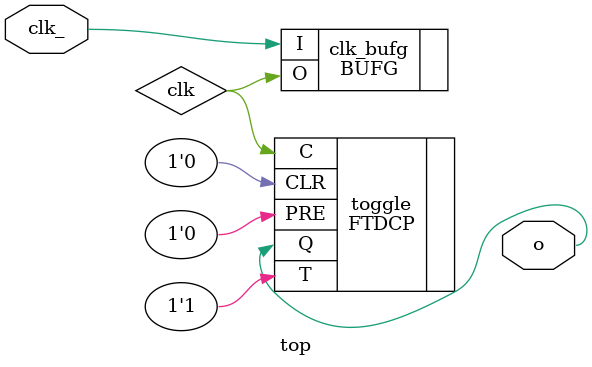
<source format=v>
module top(clk_, o);

output wire o;
input clk_;

BUFG clk_bufg (
    .I(clk_),
    .O(clk));

FTDCP toggle (
    .C(clk),
    .PRE(1'b0),
    .CLR(1'b0),
    .T(1'b1),
    .Q(o));
endmodule

// module FTCP (C, PRE, CLR, T, Q);
//     parameter INIT = 0;

//     input C, PRE, CLR, T;
//     output wire Q;
//     reg Q_;

//     initial begin
//         Q_ <= INIT;
//     end

//     always @(posedge C, posedge PRE, posedge CLR) begin
//         if (CLR == 1)
//             Q_ <= 0;
//         else if (PRE == 1)
//             Q_ <= 1;
//         else if (T == 1)
//             Q_ <= ~Q_;
//     end

//     assign Q = Q_;
// endmodule

</source>
